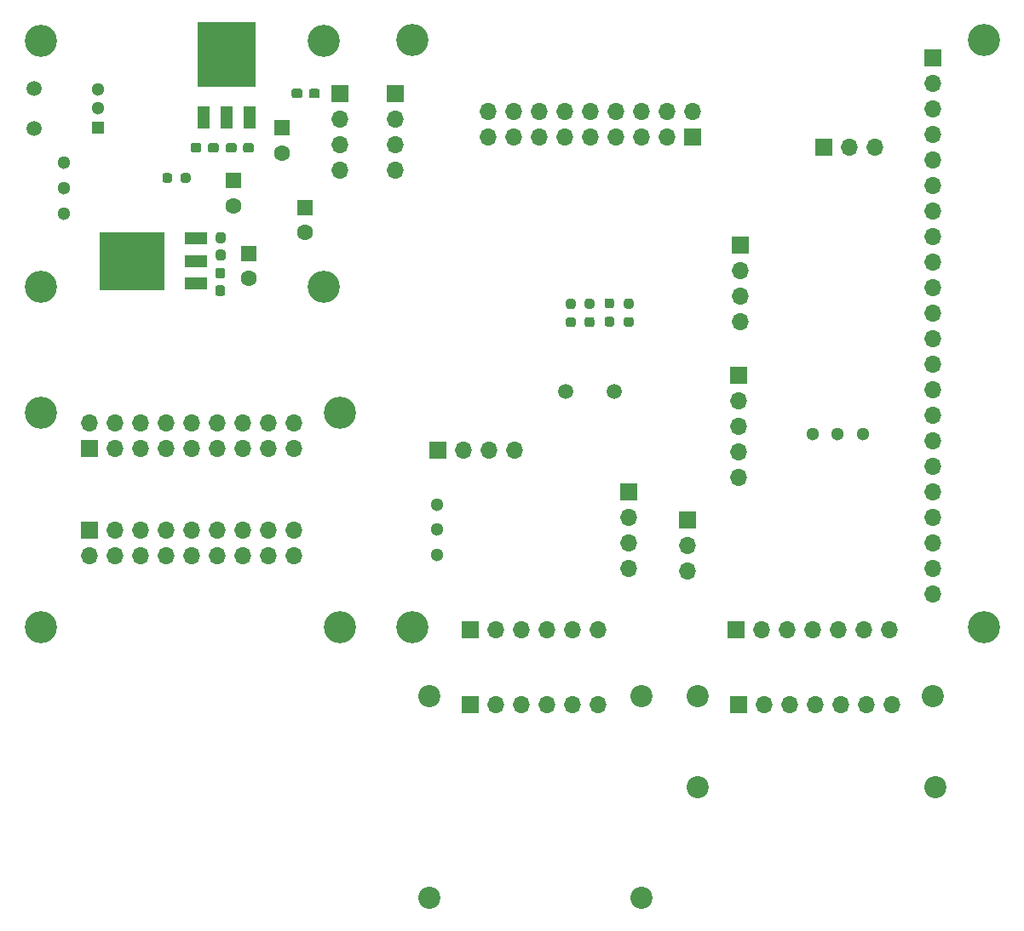
<source format=gbs>
G04 #@! TF.GenerationSoftware,KiCad,Pcbnew,5.1.10-88a1d61d58~88~ubuntu18.04.1*
G04 #@! TF.CreationDate,2021-10-23T19:35:26+09:00*
G04 #@! TF.ProjectId,CameraJigSTM32F446RE_Logic,43616d65-7261-44a6-9967-53544d333246,rev?*
G04 #@! TF.SameCoordinates,Original*
G04 #@! TF.FileFunction,Soldermask,Bot*
G04 #@! TF.FilePolarity,Negative*
%FSLAX46Y46*%
G04 Gerber Fmt 4.6, Leading zero omitted, Abs format (unit mm)*
G04 Created by KiCad (PCBNEW 5.1.10-88a1d61d58~88~ubuntu18.04.1) date 2021-10-23 19:35:26*
%MOMM*%
%LPD*%
G01*
G04 APERTURE LIST*
%ADD10R,1.600000X1.600000*%
%ADD11C,1.600000*%
%ADD12C,2.200000*%
%ADD13C,3.200000*%
%ADD14R,1.700000X1.700000*%
%ADD15O,1.700000X1.700000*%
%ADD16C,1.300000*%
%ADD17R,1.300000X1.300000*%
%ADD18C,1.500000*%
%ADD19R,6.400000X5.800000*%
%ADD20R,2.200000X1.200000*%
%ADD21R,1.200000X2.200000*%
%ADD22R,5.800000X6.400000*%
G04 APERTURE END LIST*
D10*
G04 #@! TO.C,C1*
X69250000Y-79000000D03*
D11*
X69250000Y-81500000D03*
G04 #@! TD*
D10*
G04 #@! TO.C,C5*
X74000000Y-73750000D03*
D11*
X74000000Y-76250000D03*
G04 #@! TD*
G04 #@! TO.C,C6*
X70750000Y-88750000D03*
D10*
X70750000Y-86250000D03*
G04 #@! TD*
D11*
G04 #@! TO.C,C4*
X76300000Y-84200000D03*
D10*
X76300000Y-81700000D03*
G04 #@! TD*
D12*
G04 #@! TO.C,REF_13*
X138938000Y-139325000D03*
G04 #@! TD*
G04 #@! TO.C,REF_12*
X115316000Y-139325000D03*
G04 #@! TD*
G04 #@! TO.C,REF_11*
X138684000Y-130300000D03*
G04 #@! TD*
G04 #@! TO.C,REF_10*
X115316000Y-130300000D03*
G04 #@! TD*
G04 #@! TO.C,REF_f*
X109728000Y-150366000D03*
G04 #@! TD*
G04 #@! TO.C,REF_d*
X109728000Y-130300000D03*
G04 #@! TD*
G04 #@! TO.C,REF_e*
X88646000Y-150366000D03*
G04 #@! TD*
G04 #@! TO.C,REF_c*
X88646000Y-130300000D03*
G04 #@! TD*
D13*
G04 #@! TO.C,REF_b*
X143764000Y-123444000D03*
G04 #@! TD*
G04 #@! TO.C,REF_9*
X143764000Y-65024000D03*
G04 #@! TD*
G04 #@! TO.C,REF_a*
X87000000Y-123444000D03*
G04 #@! TD*
G04 #@! TO.C,REF_7*
X79793000Y-123444000D03*
G04 #@! TD*
G04 #@! TO.C,REF_5*
X79793000Y-102108000D03*
G04 #@! TD*
G04 #@! TO.C,REF_6*
X50038000Y-123444000D03*
G04 #@! TD*
G04 #@! TO.C,REF_4*
X50075000Y-102108000D03*
G04 #@! TD*
G04 #@! TO.C,REF_8*
X87000000Y-65024000D03*
G04 #@! TD*
G04 #@! TO.C,REF_2*
X50075000Y-89550000D03*
G04 #@! TD*
G04 #@! TO.C,REF_3*
X78175000Y-89550000D03*
G04 #@! TD*
G04 #@! TO.C,REF_1*
X78175000Y-65075000D03*
G04 #@! TD*
G04 #@! TO.C,REF_0*
X50075000Y-65075000D03*
G04 #@! TD*
G04 #@! TO.C,C9*
G36*
G01*
X67712500Y-85875000D02*
X68187500Y-85875000D01*
G75*
G02*
X68425000Y-86112500I0J-237500D01*
G01*
X68425000Y-86712500D01*
G75*
G02*
X68187500Y-86950000I-237500J0D01*
G01*
X67712500Y-86950000D01*
G75*
G02*
X67475000Y-86712500I0J237500D01*
G01*
X67475000Y-86112500D01*
G75*
G02*
X67712500Y-85875000I237500J0D01*
G01*
G37*
G36*
G01*
X67712500Y-84150000D02*
X68187500Y-84150000D01*
G75*
G02*
X68425000Y-84387500I0J-237500D01*
G01*
X68425000Y-84987500D01*
G75*
G02*
X68187500Y-85225000I-237500J0D01*
G01*
X67712500Y-85225000D01*
G75*
G02*
X67475000Y-84987500I0J237500D01*
G01*
X67475000Y-84387500D01*
G75*
G02*
X67712500Y-84150000I237500J0D01*
G01*
G37*
G04 #@! TD*
G04 #@! TO.C,C11*
G36*
G01*
X69525000Y-75512500D02*
X69525000Y-75987500D01*
G75*
G02*
X69287500Y-76225000I-237500J0D01*
G01*
X68687500Y-76225000D01*
G75*
G02*
X68450000Y-75987500I0J237500D01*
G01*
X68450000Y-75512500D01*
G75*
G02*
X68687500Y-75275000I237500J0D01*
G01*
X69287500Y-75275000D01*
G75*
G02*
X69525000Y-75512500I0J-237500D01*
G01*
G37*
G36*
G01*
X71250000Y-75512500D02*
X71250000Y-75987500D01*
G75*
G02*
X71012500Y-76225000I-237500J0D01*
G01*
X70412500Y-76225000D01*
G75*
G02*
X70175000Y-75987500I0J237500D01*
G01*
X70175000Y-75512500D01*
G75*
G02*
X70412500Y-75275000I237500J0D01*
G01*
X71012500Y-75275000D01*
G75*
G02*
X71250000Y-75512500I0J-237500D01*
G01*
G37*
G04 #@! TD*
G04 #@! TO.C,C14*
G36*
G01*
X68137500Y-88775000D02*
X67662500Y-88775000D01*
G75*
G02*
X67425000Y-88537500I0J237500D01*
G01*
X67425000Y-87937500D01*
G75*
G02*
X67662500Y-87700000I237500J0D01*
G01*
X68137500Y-87700000D01*
G75*
G02*
X68375000Y-87937500I0J-237500D01*
G01*
X68375000Y-88537500D01*
G75*
G02*
X68137500Y-88775000I-237500J0D01*
G01*
G37*
G36*
G01*
X68137500Y-90500000D02*
X67662500Y-90500000D01*
G75*
G02*
X67425000Y-90262500I0J237500D01*
G01*
X67425000Y-89662500D01*
G75*
G02*
X67662500Y-89425000I237500J0D01*
G01*
X68137500Y-89425000D01*
G75*
G02*
X68375000Y-89662500I0J-237500D01*
G01*
X68375000Y-90262500D01*
G75*
G02*
X68137500Y-90500000I-237500J0D01*
G01*
G37*
G04 #@! TD*
G04 #@! TO.C,C15*
G36*
G01*
X64950000Y-75987500D02*
X64950000Y-75512500D01*
G75*
G02*
X65187500Y-75275000I237500J0D01*
G01*
X65787500Y-75275000D01*
G75*
G02*
X66025000Y-75512500I0J-237500D01*
G01*
X66025000Y-75987500D01*
G75*
G02*
X65787500Y-76225000I-237500J0D01*
G01*
X65187500Y-76225000D01*
G75*
G02*
X64950000Y-75987500I0J237500D01*
G01*
G37*
G36*
G01*
X66675000Y-75987500D02*
X66675000Y-75512500D01*
G75*
G02*
X66912500Y-75275000I237500J0D01*
G01*
X67512500Y-75275000D01*
G75*
G02*
X67750000Y-75512500I0J-237500D01*
G01*
X67750000Y-75987500D01*
G75*
G02*
X67512500Y-76225000I-237500J0D01*
G01*
X66912500Y-76225000D01*
G75*
G02*
X66675000Y-75987500I0J237500D01*
G01*
G37*
G04 #@! TD*
G04 #@! TO.C,C16*
G36*
G01*
X77787500Y-70112500D02*
X77787500Y-70587500D01*
G75*
G02*
X77550000Y-70825000I-237500J0D01*
G01*
X76950000Y-70825000D01*
G75*
G02*
X76712500Y-70587500I0J237500D01*
G01*
X76712500Y-70112500D01*
G75*
G02*
X76950000Y-69875000I237500J0D01*
G01*
X77550000Y-69875000D01*
G75*
G02*
X77787500Y-70112500I0J-237500D01*
G01*
G37*
G36*
G01*
X76062500Y-70112500D02*
X76062500Y-70587500D01*
G75*
G02*
X75825000Y-70825000I-237500J0D01*
G01*
X75225000Y-70825000D01*
G75*
G02*
X74987500Y-70587500I0J237500D01*
G01*
X74987500Y-70112500D01*
G75*
G02*
X75225000Y-69875000I237500J0D01*
G01*
X75825000Y-69875000D01*
G75*
G02*
X76062500Y-70112500I0J-237500D01*
G01*
G37*
G04 #@! TD*
D14*
G04 #@! TO.C,J2*
X119390000Y-98369100D03*
D15*
X119390000Y-100909100D03*
X119390000Y-103449100D03*
X119390000Y-105989100D03*
X119390000Y-108529100D03*
G04 #@! TD*
D14*
G04 #@! TO.C,J4*
X119591000Y-85453200D03*
D15*
X119591000Y-87993200D03*
X119591000Y-90533200D03*
X119591000Y-93073200D03*
G04 #@! TD*
D14*
G04 #@! TO.C,J5*
X127914000Y-75694500D03*
D15*
X130454000Y-75694500D03*
X132994000Y-75694500D03*
G04 #@! TD*
D14*
G04 #@! TO.C,J6*
X114808000Y-74676000D03*
D15*
X114808000Y-72136000D03*
X112268000Y-74676000D03*
X112268000Y-72136000D03*
X109728000Y-74676000D03*
X109728000Y-72136000D03*
X107188000Y-74676000D03*
X107188000Y-72136000D03*
X104648000Y-74676000D03*
X104648000Y-72136000D03*
X102108000Y-74676000D03*
X102108000Y-72136000D03*
X99568000Y-74676000D03*
X99568000Y-72136000D03*
X97028000Y-74676000D03*
X97028000Y-72136000D03*
X94488000Y-74676000D03*
X94488000Y-72136000D03*
G04 #@! TD*
G04 #@! TO.C,J8*
X85323500Y-77981000D03*
X85323500Y-75441000D03*
X85323500Y-72901000D03*
D14*
X85323500Y-70361000D03*
G04 #@! TD*
G04 #@! TO.C,J9*
X89562900Y-105839000D03*
D15*
X92102900Y-105839000D03*
X94642900Y-105839000D03*
X97182900Y-105839000D03*
G04 #@! TD*
D14*
G04 #@! TO.C,J10*
X119418000Y-131133000D03*
D15*
X121958000Y-131133000D03*
X124498000Y-131133000D03*
X127038000Y-131133000D03*
X129578000Y-131133000D03*
X132118000Y-131133000D03*
X134658000Y-131133000D03*
G04 #@! TD*
G04 #@! TO.C,J11*
X134404000Y-123683000D03*
X131864000Y-123683000D03*
X129324000Y-123683000D03*
X126784000Y-123683000D03*
X124244000Y-123683000D03*
X121704000Y-123683000D03*
D14*
X119164000Y-123683000D03*
G04 #@! TD*
G04 #@! TO.C,J13*
X54887500Y-113802000D03*
D15*
X54887500Y-116342000D03*
X57427500Y-113802000D03*
X57427500Y-116342000D03*
X59967500Y-113802000D03*
X59967500Y-116342000D03*
X62507500Y-113802000D03*
X62507500Y-116342000D03*
X65047500Y-113802000D03*
X65047500Y-116342000D03*
X67587500Y-113802000D03*
X67587500Y-116342000D03*
X70127500Y-113802000D03*
X70127500Y-116342000D03*
X72667500Y-113802000D03*
X72667500Y-116342000D03*
X75207500Y-113802000D03*
X75207500Y-116342000D03*
G04 #@! TD*
G04 #@! TO.C,J14*
X105473500Y-123683000D03*
X102933500Y-123683000D03*
X100393500Y-123683000D03*
X97853500Y-123683000D03*
X95313500Y-123683000D03*
D14*
X92773500Y-123683000D03*
G04 #@! TD*
G04 #@! TO.C,J15*
X92737900Y-131133000D03*
D15*
X95277900Y-131133000D03*
X97817900Y-131133000D03*
X100357900Y-131133000D03*
X102897900Y-131133000D03*
X105437900Y-131133000D03*
G04 #@! TD*
G04 #@! TO.C,J17*
X108458000Y-117602000D03*
X108458000Y-115062000D03*
X108458000Y-112522000D03*
D14*
X108458000Y-109982000D03*
G04 #@! TD*
G04 #@! TO.C,J21*
X79756000Y-70358000D03*
D15*
X79756000Y-72898000D03*
X79756000Y-75438000D03*
X79756000Y-77978000D03*
G04 #@! TD*
G04 #@! TO.C,R2*
G36*
G01*
X108733500Y-93574100D02*
X108258500Y-93574100D01*
G75*
G02*
X108021000Y-93336600I0J237500D01*
G01*
X108021000Y-92836600D01*
G75*
G02*
X108258500Y-92599100I237500J0D01*
G01*
X108733500Y-92599100D01*
G75*
G02*
X108971000Y-92836600I0J-237500D01*
G01*
X108971000Y-93336600D01*
G75*
G02*
X108733500Y-93574100I-237500J0D01*
G01*
G37*
G36*
G01*
X108733500Y-91749100D02*
X108258500Y-91749100D01*
G75*
G02*
X108021000Y-91511600I0J237500D01*
G01*
X108021000Y-91011600D01*
G75*
G02*
X108258500Y-90774100I237500J0D01*
G01*
X108733500Y-90774100D01*
G75*
G02*
X108971000Y-91011600I0J-237500D01*
G01*
X108971000Y-91511600D01*
G75*
G02*
X108733500Y-91749100I-237500J0D01*
G01*
G37*
G04 #@! TD*
G04 #@! TO.C,R3*
G36*
G01*
X102977500Y-91764300D02*
X102502500Y-91764300D01*
G75*
G02*
X102265000Y-91526800I0J237500D01*
G01*
X102265000Y-91026800D01*
G75*
G02*
X102502500Y-90789300I237500J0D01*
G01*
X102977500Y-90789300D01*
G75*
G02*
X103215000Y-91026800I0J-237500D01*
G01*
X103215000Y-91526800D01*
G75*
G02*
X102977500Y-91764300I-237500J0D01*
G01*
G37*
G36*
G01*
X102977500Y-93589300D02*
X102502500Y-93589300D01*
G75*
G02*
X102265000Y-93351800I0J237500D01*
G01*
X102265000Y-92851800D01*
G75*
G02*
X102502500Y-92614300I237500J0D01*
G01*
X102977500Y-92614300D01*
G75*
G02*
X103215000Y-92851800I0J-237500D01*
G01*
X103215000Y-93351800D01*
G75*
G02*
X102977500Y-93589300I-237500J0D01*
G01*
G37*
G04 #@! TD*
G04 #@! TO.C,R4*
G36*
G01*
X106330500Y-90736000D02*
X106805500Y-90736000D01*
G75*
G02*
X107043000Y-90973500I0J-237500D01*
G01*
X107043000Y-91473500D01*
G75*
G02*
X106805500Y-91711000I-237500J0D01*
G01*
X106330500Y-91711000D01*
G75*
G02*
X106093000Y-91473500I0J237500D01*
G01*
X106093000Y-90973500D01*
G75*
G02*
X106330500Y-90736000I237500J0D01*
G01*
G37*
G36*
G01*
X106330500Y-92561000D02*
X106805500Y-92561000D01*
G75*
G02*
X107043000Y-92798500I0J-237500D01*
G01*
X107043000Y-93298500D01*
G75*
G02*
X106805500Y-93536000I-237500J0D01*
G01*
X106330500Y-93536000D01*
G75*
G02*
X106093000Y-93298500I0J237500D01*
G01*
X106093000Y-92798500D01*
G75*
G02*
X106330500Y-92561000I237500J0D01*
G01*
G37*
G04 #@! TD*
G04 #@! TO.C,R6*
G36*
G01*
X104834500Y-93581700D02*
X104359500Y-93581700D01*
G75*
G02*
X104122000Y-93344200I0J237500D01*
G01*
X104122000Y-92844200D01*
G75*
G02*
X104359500Y-92606700I237500J0D01*
G01*
X104834500Y-92606700D01*
G75*
G02*
X105072000Y-92844200I0J-237500D01*
G01*
X105072000Y-93344200D01*
G75*
G02*
X104834500Y-93581700I-237500J0D01*
G01*
G37*
G36*
G01*
X104834500Y-91756700D02*
X104359500Y-91756700D01*
G75*
G02*
X104122000Y-91519200I0J237500D01*
G01*
X104122000Y-91019200D01*
G75*
G02*
X104359500Y-90781700I237500J0D01*
G01*
X104834500Y-90781700D01*
G75*
G02*
X105072000Y-91019200I0J-237500D01*
G01*
X105072000Y-91519200D01*
G75*
G02*
X104834500Y-91756700I-237500J0D01*
G01*
G37*
G04 #@! TD*
G04 #@! TO.C,R32*
G36*
G01*
X64950000Y-78512500D02*
X64950000Y-78987500D01*
G75*
G02*
X64712500Y-79225000I-237500J0D01*
G01*
X64212500Y-79225000D01*
G75*
G02*
X63975000Y-78987500I0J237500D01*
G01*
X63975000Y-78512500D01*
G75*
G02*
X64212500Y-78275000I237500J0D01*
G01*
X64712500Y-78275000D01*
G75*
G02*
X64950000Y-78512500I0J-237500D01*
G01*
G37*
G36*
G01*
X63125000Y-78512500D02*
X63125000Y-78987500D01*
G75*
G02*
X62887500Y-79225000I-237500J0D01*
G01*
X62387500Y-79225000D01*
G75*
G02*
X62150000Y-78987500I0J237500D01*
G01*
X62150000Y-78512500D01*
G75*
G02*
X62387500Y-78275000I237500J0D01*
G01*
X62887500Y-78275000D01*
G75*
G02*
X63125000Y-78512500I0J-237500D01*
G01*
G37*
G04 #@! TD*
D16*
G04 #@! TO.C,SW1*
X89425800Y-111251000D03*
X89425800Y-113751000D03*
X89425800Y-116251000D03*
G04 #@! TD*
G04 #@! TO.C,SW4*
X131775000Y-104264000D03*
X129275000Y-104264000D03*
X126775000Y-104264000D03*
G04 #@! TD*
G04 #@! TO.C,SW6*
X52324000Y-82256000D03*
X52324000Y-79756000D03*
X52324000Y-77256000D03*
G04 #@! TD*
G04 #@! TO.C,U3*
X55792000Y-69918500D03*
D17*
X55792000Y-73718500D03*
D16*
X55792000Y-71816000D03*
D18*
X49403000Y-69818500D03*
X49403000Y-73818500D03*
G04 #@! TD*
D19*
G04 #@! TO.C,U4*
X59150000Y-87000000D03*
D20*
X65450000Y-89280000D03*
X65450000Y-87000000D03*
X65450000Y-84720000D03*
G04 #@! TD*
D21*
G04 #@! TO.C,U6*
X70780000Y-72750000D03*
X68500000Y-72750000D03*
X66220000Y-72750000D03*
D22*
X68500000Y-66450000D03*
G04 #@! TD*
D18*
G04 #@! TO.C,Y1*
X102196000Y-99982800D03*
X107076000Y-99982800D03*
G04 #@! TD*
D14*
G04 #@! TO.C,J1*
X114300000Y-112776000D03*
D15*
X114300000Y-115316000D03*
X114300000Y-117856000D03*
G04 #@! TD*
D14*
G04 #@! TO.C,J3*
X138684000Y-66802000D03*
D15*
X138684000Y-69342000D03*
X138684000Y-71882000D03*
X138684000Y-74422000D03*
X138684000Y-76962000D03*
X138684000Y-79502000D03*
X138684000Y-82042000D03*
X138684000Y-84582000D03*
X138684000Y-87122000D03*
X138684000Y-89662000D03*
X138684000Y-92202000D03*
X138684000Y-94742000D03*
X138684000Y-97282000D03*
X138684000Y-99822000D03*
X138684000Y-102362000D03*
X138684000Y-104902000D03*
X138684000Y-107442000D03*
X138684000Y-109982000D03*
X138684000Y-112522000D03*
X138684000Y-115062000D03*
X138684000Y-117602000D03*
X138684000Y-120142000D03*
G04 #@! TD*
D14*
G04 #@! TO.C,J12*
X54864000Y-105664000D03*
D15*
X54864000Y-103124000D03*
X57404000Y-105664000D03*
X57404000Y-103124000D03*
X59944000Y-105664000D03*
X59944000Y-103124000D03*
X62484000Y-105664000D03*
X62484000Y-103124000D03*
X65024000Y-105664000D03*
X65024000Y-103124000D03*
X67564000Y-105664000D03*
X67564000Y-103124000D03*
X70104000Y-105664000D03*
X70104000Y-103124000D03*
X72644000Y-105664000D03*
X72644000Y-103124000D03*
X75184000Y-105664000D03*
X75184000Y-103124000D03*
G04 #@! TD*
M02*

</source>
